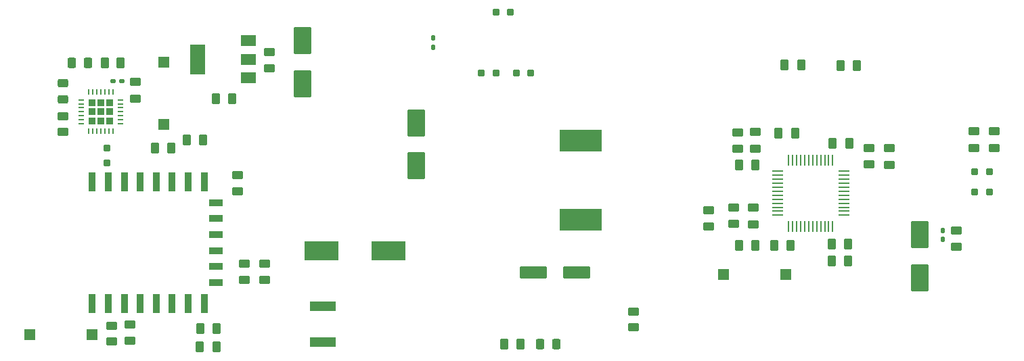
<source format=gbr>
%TF.GenerationSoftware,KiCad,Pcbnew,7.0.5*%
%TF.CreationDate,2023-07-07T07:55:25+07:00*%
%TF.ProjectId,THUC_TAPP,54485543-5f54-4415-9050-2e6b69636164,rev?*%
%TF.SameCoordinates,Original*%
%TF.FileFunction,Paste,Top*%
%TF.FilePolarity,Positive*%
%FSLAX46Y46*%
G04 Gerber Fmt 4.6, Leading zero omitted, Abs format (unit mm)*
G04 Created by KiCad (PCBNEW 7.0.5) date 2023-07-07 07:55:25*
%MOMM*%
%LPD*%
G01*
G04 APERTURE LIST*
G04 Aperture macros list*
%AMRoundRect*
0 Rectangle with rounded corners*
0 $1 Rounding radius*
0 $2 $3 $4 $5 $6 $7 $8 $9 X,Y pos of 4 corners*
0 Add a 4 corners polygon primitive as box body*
4,1,4,$2,$3,$4,$5,$6,$7,$8,$9,$2,$3,0*
0 Add four circle primitives for the rounded corners*
1,1,$1+$1,$2,$3*
1,1,$1+$1,$4,$5*
1,1,$1+$1,$6,$7*
1,1,$1+$1,$8,$9*
0 Add four rect primitives between the rounded corners*
20,1,$1+$1,$2,$3,$4,$5,0*
20,1,$1+$1,$4,$5,$6,$7,0*
20,1,$1+$1,$6,$7,$8,$9,0*
20,1,$1+$1,$8,$9,$2,$3,0*%
G04 Aperture macros list end*
%ADD10RoundRect,0.199200X0.450000X-0.350000X0.450000X0.350000X-0.450000X0.350000X-0.450000X-0.350000X0*%
%ADD11RoundRect,0.199200X-0.337500X-0.475000X0.337500X-0.475000X0.337500X0.475000X-0.337500X0.475000X0*%
%ADD12RoundRect,0.199200X0.475000X-0.337500X0.475000X0.337500X-0.475000X0.337500X-0.475000X-0.337500X0*%
%ADD13RoundRect,0.199200X-0.350000X-0.450000X0.350000X-0.450000X0.350000X0.450000X-0.350000X0.450000X0*%
%ADD14RoundRect,0.199200X-0.475000X0.337500X-0.475000X-0.337500X0.475000X-0.337500X0.475000X0.337500X0*%
%ADD15R,0.898400X2.398400*%
%ADD16R,1.698400X0.898400*%
%ADD17RoundRect,0.199200X-1.950000X-1.000000X1.950000X-1.000000X1.950000X1.000000X-1.950000X1.000000X0*%
%ADD18RoundRect,0.199200X0.350000X0.450000X-0.350000X0.450000X-0.350000X-0.450000X0.350000X-0.450000X0*%
%ADD19RoundRect,0.199200X0.337500X0.475000X-0.337500X0.475000X-0.337500X-0.475000X0.337500X-0.475000X0*%
%ADD20RoundRect,0.199200X-0.450000X0.350000X-0.450000X-0.350000X0.450000X-0.350000X0.450000X0.350000X0*%
%ADD21RoundRect,0.024200X-0.075000X0.662500X-0.075000X-0.662500X0.075000X-0.662500X0.075000X0.662500X0*%
%ADD22RoundRect,0.024200X-0.662500X0.075000X-0.662500X-0.075000X0.662500X-0.075000X0.662500X0.075000X0*%
%ADD23R,1.898400X1.398400*%
%ADD24R,1.898400X3.698400*%
%ADD25RoundRect,0.199200X1.500000X0.550000X-1.500000X0.550000X-1.500000X-0.550000X1.500000X-0.550000X0*%
%ADD26RoundRect,0.199200X-0.325000X-0.450000X0.325000X-0.450000X0.325000X0.450000X-0.325000X0.450000X0*%
%ADD27RoundRect,0.199200X-0.900000X1.500000X-0.900000X-1.500000X0.900000X-1.500000X0.900000X1.500000X0*%
%ADD28RoundRect,0.186700X0.250000X0.237500X-0.250000X0.237500X-0.250000X-0.237500X0.250000X-0.237500X0*%
%ADD29RoundRect,0.199200X0.325000X0.450000X-0.325000X0.450000X-0.325000X-0.450000X0.325000X-0.450000X0*%
%ADD30RoundRect,0.104200X-0.155000X0.212500X-0.155000X-0.212500X0.155000X-0.212500X0.155000X0.212500X0*%
%ADD31RoundRect,0.186700X-0.250000X-0.237500X0.250000X-0.237500X0.250000X0.237500X-0.250000X0.237500X0*%
%ADD32RoundRect,0.199200X1.450000X-0.400000X1.450000X0.400000X-1.450000X0.400000X-1.450000X-0.400000X0*%
%ADD33RoundRect,0.186700X0.237500X-0.250000X0.237500X0.250000X-0.237500X0.250000X-0.237500X-0.250000X0*%
%ADD34RoundRect,0.225000X0.225000X0.225000X-0.225000X0.225000X-0.225000X-0.225000X0.225000X-0.225000X0*%
%ADD35RoundRect,0.011700X0.337500X0.062500X-0.337500X0.062500X-0.337500X-0.062500X0.337500X-0.062500X0*%
%ADD36RoundRect,0.011700X0.062500X0.337500X-0.062500X0.337500X-0.062500X-0.337500X0.062500X-0.337500X0*%
%ADD37R,5.308600X2.794000*%
%ADD38R,1.398400X1.398400*%
%ADD39RoundRect,0.104200X-0.212500X-0.155000X0.212500X-0.155000X0.212500X0.155000X-0.212500X0.155000X0*%
%ADD40RoundRect,0.199200X0.450000X-0.325000X0.450000X0.325000X-0.450000X0.325000X-0.450000X-0.325000X0*%
G04 APERTURE END LIST*
D10*
%TO.C,R15*%
X119804800Y-93700200D03*
X119804800Y-91700200D03*
%TD*%
D11*
%TO.C,C13*%
X201717500Y-59190000D03*
X203792500Y-59190000D03*
%TD*%
D12*
%TO.C,C5*%
X197770000Y-79145000D03*
X197770000Y-77070000D03*
%TD*%
D13*
%TO.C,R21*%
X116645800Y-58944200D03*
X118645800Y-58944200D03*
%TD*%
D11*
%TO.C,C24*%
X130555800Y-63360200D03*
X132630800Y-63360200D03*
%TD*%
D14*
%TO.C,C16*%
X227967300Y-67476700D03*
X227967300Y-69551700D03*
%TD*%
D10*
%TO.C,R14*%
X117518800Y-93827200D03*
X117518800Y-91827200D03*
%TD*%
%TO.C,R2*%
X182779550Y-92047950D03*
X182779550Y-90047950D03*
%TD*%
D15*
%TO.C,U4*%
X115092800Y-89013200D03*
X117092800Y-89013200D03*
X119092800Y-89013200D03*
X121092800Y-89013200D03*
X123092800Y-89013200D03*
X125092800Y-89013200D03*
X127092800Y-89013200D03*
X129092800Y-89013200D03*
D16*
X130592800Y-86413200D03*
X130592800Y-84413200D03*
X130592800Y-82413200D03*
X130592800Y-80413200D03*
X130592800Y-78413200D03*
X130592800Y-76413200D03*
D15*
X129092800Y-73813200D03*
X127092800Y-73813200D03*
X125092800Y-73813200D03*
X123092800Y-73813200D03*
X121092800Y-73813200D03*
X119092800Y-73813200D03*
X117092800Y-73813200D03*
X115092800Y-73813200D03*
%TD*%
D17*
%TO.C,C17*%
X143783800Y-82484200D03*
X152183800Y-82484200D03*
%TD*%
D18*
%TO.C,FB1*%
X198027300Y-71731700D03*
X196027300Y-71731700D03*
%TD*%
D14*
%TO.C,C11*%
X223207300Y-79891700D03*
X223207300Y-81966700D03*
%TD*%
D19*
%TO.C,C6*%
X209655000Y-81620000D03*
X207580000Y-81620000D03*
%TD*%
D11*
%TO.C,C7*%
X207715000Y-68960000D03*
X209790000Y-68960000D03*
%TD*%
D20*
%TO.C,R20*%
X111438800Y-65576200D03*
X111438800Y-67576200D03*
%TD*%
D21*
%TO.C,U1*%
X207727300Y-71081700D03*
X207227300Y-71081700D03*
X206727300Y-71081700D03*
X206227300Y-71081700D03*
X205727300Y-71081700D03*
X205227300Y-71081700D03*
X204727300Y-71081700D03*
X204227300Y-71081700D03*
X203727300Y-71081700D03*
X203227300Y-71081700D03*
X202727300Y-71081700D03*
X202227300Y-71081700D03*
D22*
X200814800Y-72494200D03*
X200814800Y-72994200D03*
X200814800Y-73494200D03*
X200814800Y-73994200D03*
X200814800Y-74494200D03*
X200814800Y-74994200D03*
X200814800Y-75494200D03*
X200814800Y-75994200D03*
X200814800Y-76494200D03*
X200814800Y-76994200D03*
X200814800Y-77494200D03*
X200814800Y-77994200D03*
D21*
X202227300Y-79406700D03*
X202727300Y-79406700D03*
X203227300Y-79406700D03*
X203727300Y-79406700D03*
X204227300Y-79406700D03*
X204727300Y-79406700D03*
X205227300Y-79406700D03*
X205727300Y-79406700D03*
X206227300Y-79406700D03*
X206727300Y-79406700D03*
X207227300Y-79406700D03*
X207727300Y-79406700D03*
D22*
X209139800Y-77994200D03*
X209139800Y-77494200D03*
X209139800Y-76994200D03*
X209139800Y-76494200D03*
X209139800Y-75994200D03*
X209139800Y-75494200D03*
X209139800Y-74994200D03*
X209139800Y-74494200D03*
X209139800Y-73994200D03*
X209139800Y-73494200D03*
X209139800Y-72994200D03*
X209139800Y-72494200D03*
%TD*%
D12*
%TO.C,C2*%
X198067300Y-69631700D03*
X198067300Y-67556700D03*
%TD*%
D23*
%TO.C,U7*%
X134590800Y-60760200D03*
X134590800Y-58460200D03*
D24*
X128290800Y-58460200D03*
D23*
X134590800Y-56160200D03*
%TD*%
D25*
%TO.C,C18*%
X175690000Y-85180000D03*
X170290000Y-85180000D03*
%TD*%
D19*
%TO.C,C12*%
X210747500Y-59220000D03*
X208672500Y-59220000D03*
%TD*%
D26*
%TO.C,LED1*%
X171092800Y-94102200D03*
X173142800Y-94102200D03*
%TD*%
D19*
%TO.C,R1*%
X202472300Y-81734200D03*
X200397300Y-81734200D03*
%TD*%
D27*
%TO.C,D1*%
X218597300Y-80401700D03*
X218597300Y-85801700D03*
%TD*%
D10*
%TO.C,R18*%
X134155800Y-86080200D03*
X134155800Y-84080200D03*
%TD*%
D11*
%TO.C,C1*%
X200925000Y-67750000D03*
X203000000Y-67750000D03*
%TD*%
D28*
%TO.C,R9*%
X227337300Y-72561700D03*
X225512300Y-72561700D03*
%TD*%
D29*
%TO.C,LED3*%
X114585800Y-58944200D03*
X112535800Y-58944200D03*
%TD*%
D30*
%TO.C,C14*%
X157704800Y-55801200D03*
X157704800Y-56936200D03*
%TD*%
D31*
%TO.C,R6*%
X168143800Y-60191200D03*
X169968800Y-60191200D03*
%TD*%
D14*
%TO.C,C23*%
X137260800Y-57535200D03*
X137260800Y-59610200D03*
%TD*%
D32*
%TO.C,F1*%
X143952800Y-93884200D03*
X143952800Y-89434200D03*
%TD*%
D12*
%TO.C,C3*%
X195869800Y-69684200D03*
X195869800Y-67609200D03*
%TD*%
%TO.C,C25*%
X195340000Y-79105000D03*
X195340000Y-77030000D03*
%TD*%
D14*
%TO.C,C15*%
X225377300Y-67496700D03*
X225377300Y-69571700D03*
%TD*%
D33*
%TO.C,R16*%
X116920000Y-71405000D03*
X116920000Y-69580000D03*
%TD*%
D28*
%TO.C,R5*%
X165598800Y-60181200D03*
X163773800Y-60181200D03*
%TD*%
D19*
%TO.C,C9*%
X198047300Y-81761700D03*
X195972300Y-81761700D03*
%TD*%
D20*
%TO.C,R17*%
X133259800Y-72968200D03*
X133259800Y-74968200D03*
%TD*%
D34*
%TO.C,U5*%
X117280800Y-66160200D03*
X117280800Y-65040200D03*
X117280800Y-63920200D03*
X116160800Y-66160200D03*
X116160800Y-65040200D03*
X116160800Y-63920200D03*
X115040800Y-66160200D03*
X115040800Y-65040200D03*
X115040800Y-63920200D03*
D35*
X118610800Y-66540200D03*
X118610800Y-66040200D03*
X118610800Y-65540200D03*
X118610800Y-65040200D03*
X118610800Y-64540200D03*
X118610800Y-64040200D03*
X118610800Y-63540200D03*
D36*
X117660800Y-62590200D03*
X117160800Y-62590200D03*
X116660800Y-62590200D03*
X116160800Y-62590200D03*
X115660800Y-62590200D03*
X115160800Y-62590200D03*
X114660800Y-62590200D03*
D35*
X113710800Y-63540200D03*
X113710800Y-64040200D03*
X113710800Y-64540200D03*
X113710800Y-65040200D03*
X113710800Y-65540200D03*
X113710800Y-66040200D03*
X113710800Y-66540200D03*
D36*
X114660800Y-67490200D03*
X115160800Y-67490200D03*
X115660800Y-67490200D03*
X116160800Y-67490200D03*
X116660800Y-67490200D03*
X117160800Y-67490200D03*
X117660800Y-67490200D03*
%TD*%
D18*
%TO.C,R11*%
X168672800Y-94102200D03*
X166672800Y-94102200D03*
%TD*%
D14*
%TO.C,C4*%
X214790000Y-69602500D03*
X214790000Y-71677500D03*
%TD*%
D31*
%TO.C,R7*%
X165595000Y-52560000D03*
X167420000Y-52560000D03*
%TD*%
D20*
%TO.C,R19*%
X136695800Y-84080200D03*
X136695800Y-86080200D03*
%TD*%
D30*
%TO.C,C10*%
X221477300Y-79881700D03*
X221477300Y-81016700D03*
%TD*%
D27*
%TO.C,D2*%
X155592800Y-66422200D03*
X155592800Y-71822200D03*
%TD*%
D14*
%TO.C,C8*%
X212270000Y-69580000D03*
X212270000Y-71655000D03*
%TD*%
D10*
%TO.C,R8*%
X192200000Y-79370000D03*
X192200000Y-77370000D03*
%TD*%
D37*
%TO.C,L1*%
X176222800Y-68656200D03*
X176222800Y-78562200D03*
%TD*%
D19*
%TO.C,C26*%
X209650000Y-83710000D03*
X207575000Y-83710000D03*
%TD*%
D18*
%TO.C,R13*%
X124979800Y-69602200D03*
X122979800Y-69602200D03*
%TD*%
D11*
%TO.C,C20*%
X128545000Y-94500000D03*
X130620000Y-94500000D03*
%TD*%
D27*
%TO.C,D3*%
X141410800Y-56117200D03*
X141410800Y-61517200D03*
%TD*%
D38*
%TO.C,RESET*%
X107305800Y-92970200D03*
X115105800Y-92970200D03*
%TD*%
D11*
%TO.C,C19*%
X128575000Y-92210000D03*
X130650000Y-92210000D03*
%TD*%
D28*
%TO.C,R10*%
X227317300Y-75091700D03*
X225492300Y-75091700D03*
%TD*%
D39*
%TO.C,C22*%
X117669800Y-61230200D03*
X118804800Y-61230200D03*
%TD*%
D12*
%TO.C,C21*%
X120455800Y-63389200D03*
X120455800Y-61314200D03*
%TD*%
D38*
%TO.C,D_CODE*%
X124011800Y-66654200D03*
X124011800Y-58854200D03*
%TD*%
D13*
%TO.C,R12*%
X126916800Y-68586200D03*
X128916800Y-68586200D03*
%TD*%
D40*
%TO.C,LED2*%
X111438800Y-63516200D03*
X111438800Y-61466200D03*
%TD*%
D38*
%TO.C,RESET*%
X194087300Y-85454200D03*
X201887300Y-85454200D03*
%TD*%
M02*

</source>
